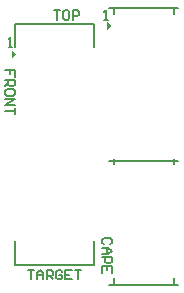
<source format=gbr>
%TF.GenerationSoftware,Altium Limited,Altium Designer,24.8.2 (39)*%
G04 Layer_Color=65535*
%FSLAX45Y45*%
%MOMM*%
%TF.SameCoordinates,FBB41CCB-3D8C-4B0B-A071-B3836E82DD1E*%
%TF.FilePolarity,Positive*%
%TF.FileFunction,Legend,Top*%
%TF.Part,Single*%
G01*
G75*
%TA.AperFunction,NonConductor*%
%ADD19C,0.15000*%
%ADD20C,0.20000*%
G36*
X118589Y2090000D02*
X80000Y2057843D01*
Y2122158D01*
X118589Y2090000D01*
D02*
G37*
G36*
X930000Y2328000D02*
X890000Y2295842D01*
Y2360157D01*
X930000Y2328000D01*
D02*
G37*
D19*
X865000Y2385000D02*
X891658D01*
X878329D01*
Y2464974D01*
X865000Y2451645D01*
X104974Y1901684D02*
Y1955000D01*
X64987D01*
Y1928342D01*
Y1955000D01*
X25000D01*
Y1875026D02*
X104974D01*
Y1835039D01*
X91645Y1821710D01*
X64987D01*
X51658Y1835039D01*
Y1875026D01*
Y1848368D02*
X25000Y1821710D01*
X104974Y1755065D02*
Y1781723D01*
X91645Y1795052D01*
X38329D01*
X25000Y1781723D01*
Y1755065D01*
X38329Y1741736D01*
X91645D01*
X104974Y1755065D01*
X25000Y1715078D02*
X104974D01*
X25000Y1661762D01*
X104974D01*
Y1635104D02*
Y1581788D01*
Y1608446D01*
X25000D01*
X911645Y481684D02*
X924974Y495013D01*
Y521671D01*
X911645Y535000D01*
X858329D01*
X845000Y521671D01*
Y495013D01*
X858329Y481684D01*
X845000Y455026D02*
X898316D01*
X924974Y428368D01*
X898316Y401710D01*
X845000D01*
X884987D01*
Y455026D01*
X845000Y375052D02*
X924974D01*
Y335065D01*
X911645Y321736D01*
X884987D01*
X871658Y335065D01*
Y375052D01*
X924974Y241762D02*
Y295078D01*
X845000D01*
Y241762D01*
X884987Y295078D02*
Y268420D01*
X215000Y264974D02*
X268316D01*
X241658D01*
Y185000D01*
X294974D02*
Y238316D01*
X321632Y264974D01*
X348290Y238316D01*
Y185000D01*
Y224987D01*
X294974D01*
X374948Y185000D02*
Y264974D01*
X414935D01*
X428264Y251645D01*
Y224987D01*
X414935Y211658D01*
X374948D01*
X401606D02*
X428264Y185000D01*
X508239Y251645D02*
X494910Y264974D01*
X468252D01*
X454922Y251645D01*
Y198329D01*
X468252Y185000D01*
X494910D01*
X508239Y198329D01*
Y224987D01*
X481580D01*
X588213Y264974D02*
X534897D01*
Y185000D01*
X588213D01*
X534897Y224987D02*
X561555D01*
X614871Y264974D02*
X668187D01*
X641529D01*
Y185000D01*
X435000Y2464974D02*
X488316D01*
X461658D01*
Y2385000D01*
X554961Y2464974D02*
X528303D01*
X514974Y2451645D01*
Y2398329D01*
X528303Y2385000D01*
X554961D01*
X568290Y2398329D01*
Y2451645D01*
X554961Y2464974D01*
X594948Y2385000D02*
Y2464974D01*
X634935D01*
X648264Y2451645D01*
Y2424987D01*
X634935Y2411658D01*
X594948D01*
X55000Y2155000D02*
X81658D01*
X68329D01*
Y2234974D01*
X55000Y2221645D01*
D20*
X905002Y138999D02*
X1490000D01*
X1450000Y143002D02*
Y192999D01*
X945002Y143002D02*
Y192999D01*
Y1163000D02*
Y1207999D01*
X1450000Y1163000D02*
Y1207999D01*
X914999Y1185001D02*
X1480002D01*
X1450000Y1163000D02*
Y1207999D01*
X945002Y1163000D02*
Y1207999D01*
X905002Y1185001D02*
X1490000D01*
X1450000Y2428001D02*
Y2477999D01*
X905002Y2480000D02*
X1490000D01*
X945002Y2428001D02*
Y2477999D01*
X104999Y2349998D02*
X779998D01*
Y2149998D02*
Y2349998D01*
X104999Y2149998D02*
Y2349998D01*
Y310002D02*
X779998D01*
X104999D02*
Y510002D01*
X779998Y310002D02*
Y510002D01*
%TF.MD5,87ad625e607de9cbd2d9dd1c1721aa56*%
M02*

</source>
